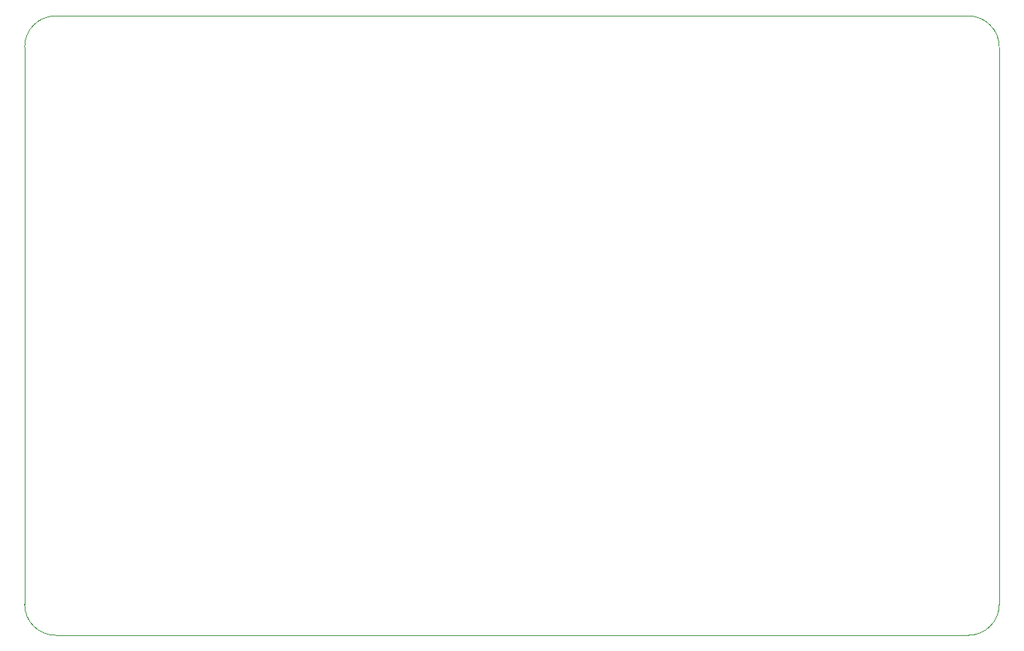
<source format=gbr>
%TF.GenerationSoftware,KiCad,Pcbnew,9.0.2*%
%TF.CreationDate,2025-07-08T23:56:41-07:00*%
%TF.ProjectId,h-bridge,682d6272-6964-4676-952e-6b696361645f,V1.0*%
%TF.SameCoordinates,Original*%
%TF.FileFunction,Profile,NP*%
%FSLAX46Y46*%
G04 Gerber Fmt 4.6, Leading zero omitted, Abs format (unit mm)*
G04 Created by KiCad (PCBNEW 9.0.2) date 2025-07-08 23:56:41*
%MOMM*%
%LPD*%
G01*
G04 APERTURE LIST*
%TA.AperFunction,Profile*%
%ADD10C,0.050000*%
%TD*%
G04 APERTURE END LIST*
D10*
X87950000Y-67400000D02*
G75*
G02*
X91450000Y-63900000I3500000J0D01*
G01*
X194450000Y-63900000D02*
G75*
G02*
X197950000Y-67400000I0J-3500000D01*
G01*
X91450000Y-133900000D02*
G75*
G02*
X87950000Y-130400000I0J3500000D01*
G01*
X197950000Y-130400000D02*
G75*
G02*
X194450000Y-133900000I-3500000J0D01*
G01*
X91450000Y-63900000D02*
X194450000Y-63900000D01*
X87950000Y-130400000D02*
X87950000Y-67400000D01*
X197950000Y-67400000D02*
X197950000Y-130400000D01*
X194450000Y-133900000D02*
X91450000Y-133900000D01*
M02*

</source>
